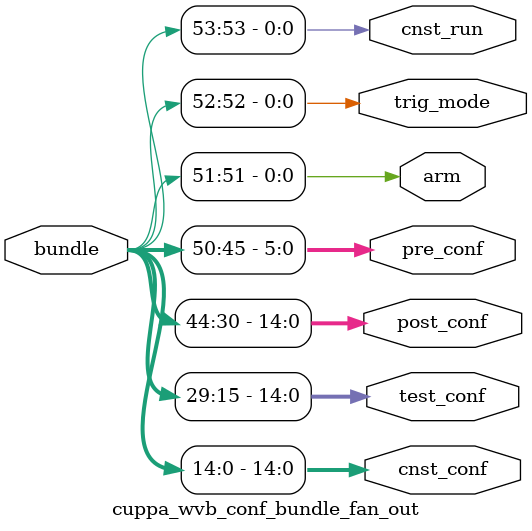
<source format=v>
module cuppa_wvb_conf_bundle_fan_out
  (
   bundle,
   cnst_conf,
   test_conf,
   post_conf,
   pre_conf,
   arm,
   trig_mode,
   cnst_run
  );

`include "cuppa_wvb_conf_bundle_inc.v"

   input [53:0] bundle;
   output [14:0] cnst_conf;
   output [14:0] test_conf;
   output [14:0] post_conf;
   output [5:0] pre_conf;
   output [0:0] arm;
   output [0:0] trig_mode;
   output [0:0] cnst_run;

assign cnst_conf = bundle[14:0];
assign test_conf = bundle[29:15];
assign post_conf = bundle[44:30];
assign pre_conf = bundle[50:45];
assign arm = bundle[51:51];
assign trig_mode = bundle[52:52];
assign cnst_run = bundle[53:53];

endmodule

</source>
